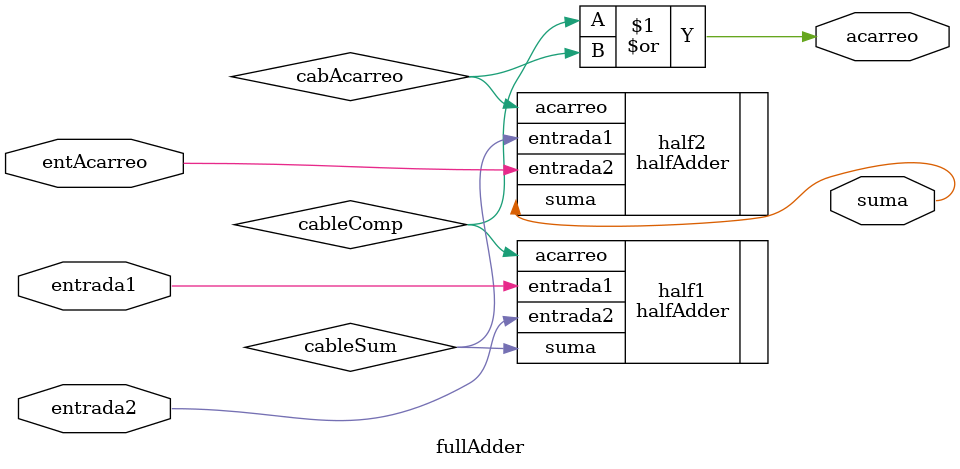
<source format=v>
module fullAdder(
	input entrada1,
	input entrada2,
	input entAcarreo,
	output suma,
	output acarreo
);
wire 
	cableSum,
	cableComp, 
	cabAcarreo;
halfAdder half1(
	.entrada1(entrada1),
	.entrada2(entrada2),
	.suma(cableSum),
	.acarreo(cableComp)
);
halfAdder half2(
	.entrada1(cableSum),
	.entrada2(entAcarreo),
	.suma(suma),
	.acarreo(cabAcarreo)
);
assign acarreo = cableComp | cabAcarreo;
endmodule
</source>
